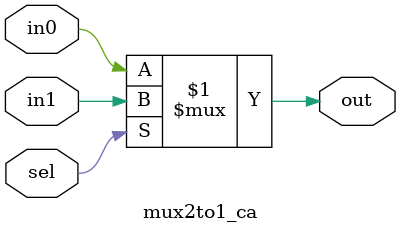
<source format=v>
module mux2to1_ca(in0, in1, sel, out);
input in0;
input in1;
input sel;
output out;

assign out = (sel) ? in1 : in0;

endmodule 
</source>
